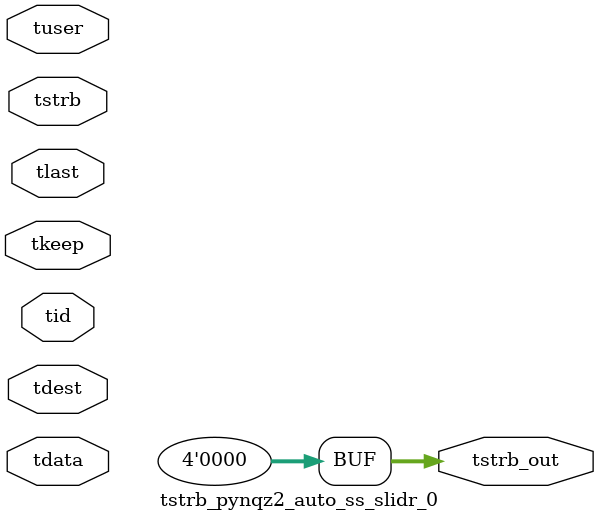
<source format=v>


`timescale 1ps/1ps

module tstrb_pynqz2_auto_ss_slidr_0 #
(
parameter C_S_AXIS_TDATA_WIDTH = 32,
parameter C_S_AXIS_TUSER_WIDTH = 0,
parameter C_S_AXIS_TID_WIDTH   = 0,
parameter C_S_AXIS_TDEST_WIDTH = 0,
parameter C_M_AXIS_TDATA_WIDTH = 32
)
(
input  [(C_S_AXIS_TDATA_WIDTH == 0 ? 1 : C_S_AXIS_TDATA_WIDTH)-1:0     ] tdata,
input  [(C_S_AXIS_TUSER_WIDTH == 0 ? 1 : C_S_AXIS_TUSER_WIDTH)-1:0     ] tuser,
input  [(C_S_AXIS_TID_WIDTH   == 0 ? 1 : C_S_AXIS_TID_WIDTH)-1:0       ] tid,
input  [(C_S_AXIS_TDEST_WIDTH == 0 ? 1 : C_S_AXIS_TDEST_WIDTH)-1:0     ] tdest,
input  [(C_S_AXIS_TDATA_WIDTH/8)-1:0 ] tkeep,
input  [(C_S_AXIS_TDATA_WIDTH/8)-1:0 ] tstrb,
input                                                                    tlast,
output [(C_M_AXIS_TDATA_WIDTH/8)-1:0 ] tstrb_out
);

assign tstrb_out = {1'b0};

endmodule


</source>
